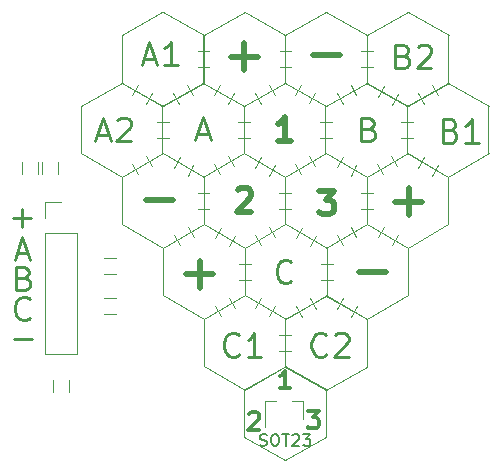
<source format=gbr>
G04 #@! TF.GenerationSoftware,KiCad,Pcbnew,(5.0.2)-1*
G04 #@! TF.CreationDate,2019-03-12T22:47:49+00:00*
G04 #@! TF.ProjectId,crazy-proto - SOT23 - Hex,6372617a-792d-4707-926f-746f202d2053,1.0*
G04 #@! TF.SameCoordinates,Original*
G04 #@! TF.FileFunction,Legend,Top*
G04 #@! TF.FilePolarity,Positive*
%FSLAX46Y46*%
G04 Gerber Fmt 4.6, Leading zero omitted, Abs format (unit mm)*
G04 Created by KiCad (PCBNEW (5.0.2)-1) date 12/03/2019 22:47:49*
%MOMM*%
%LPD*%
G01*
G04 APERTURE LIST*
%ADD10C,0.100000*%
%ADD11C,0.300000*%
%ADD12C,0.250000*%
%ADD13C,0.500000*%
%ADD14C,0.120000*%
%ADD15C,0.150000*%
G04 APERTURE END LIST*
D10*
X134196550Y-108265750D02*
X137660650Y-106265750D01*
X137632450Y-106265750D02*
X141096550Y-108265750D01*
X134160650Y-108265750D02*
X134160650Y-112265750D01*
X141096550Y-112265750D02*
X137632450Y-114265750D01*
X141032450Y-112265750D02*
X141032450Y-108265750D01*
X134132450Y-112265750D02*
X137596550Y-114265750D01*
D11*
X139500000Y-110078571D02*
X140428571Y-110078571D01*
X139928571Y-110650000D01*
X140142857Y-110650000D01*
X140285714Y-110721428D01*
X140357142Y-110792857D01*
X140428571Y-110935714D01*
X140428571Y-111292857D01*
X140357142Y-111435714D01*
X140285714Y-111507142D01*
X140142857Y-111578571D01*
X139714285Y-111578571D01*
X139571428Y-111507142D01*
X139500000Y-111435714D01*
X134571428Y-110321428D02*
X134642857Y-110250000D01*
X134785714Y-110178571D01*
X135142857Y-110178571D01*
X135285714Y-110250000D01*
X135357142Y-110321428D01*
X135428571Y-110464285D01*
X135428571Y-110607142D01*
X135357142Y-110821428D01*
X134500000Y-111678571D01*
X135428571Y-111678571D01*
X138028571Y-108178571D02*
X137171428Y-108178571D01*
X137600000Y-108178571D02*
X137600000Y-106678571D01*
X137457142Y-106892857D01*
X137314285Y-107035714D01*
X137171428Y-107107142D01*
D12*
X115979047Y-102226285D02*
X115883809Y-102321523D01*
X115598095Y-102416761D01*
X115407619Y-102416761D01*
X115121904Y-102321523D01*
X114931428Y-102131047D01*
X114836190Y-101940571D01*
X114740952Y-101559619D01*
X114740952Y-101273904D01*
X114836190Y-100892952D01*
X114931428Y-100702476D01*
X115121904Y-100512000D01*
X115407619Y-100416761D01*
X115598095Y-100416761D01*
X115883809Y-100512000D01*
X115979047Y-100607238D01*
X115502761Y-98829142D02*
X115788476Y-98924380D01*
X115883714Y-99019619D01*
X115978952Y-99210095D01*
X115978952Y-99495809D01*
X115883714Y-99686285D01*
X115788476Y-99781523D01*
X115598000Y-99876761D01*
X114836095Y-99876761D01*
X114836095Y-97876761D01*
X115502761Y-97876761D01*
X115693238Y-97972000D01*
X115788476Y-98067238D01*
X115883714Y-98257714D01*
X115883714Y-98448190D01*
X115788476Y-98638666D01*
X115693238Y-98733904D01*
X115502761Y-98829142D01*
X114836095Y-98829142D01*
X114883714Y-96765333D02*
X115836095Y-96765333D01*
X114693238Y-97336761D02*
X115359904Y-95336761D01*
X116026571Y-97336761D01*
X116161904Y-103967857D02*
X114638095Y-103967857D01*
X116121904Y-93780857D02*
X114598095Y-93780857D01*
X115360000Y-94542761D02*
X115360000Y-93018952D01*
X141066666Y-105314285D02*
X140971428Y-105409523D01*
X140685714Y-105504761D01*
X140495238Y-105504761D01*
X140209523Y-105409523D01*
X140019047Y-105219047D01*
X139923809Y-105028571D01*
X139828571Y-104647619D01*
X139828571Y-104361904D01*
X139923809Y-103980952D01*
X140019047Y-103790476D01*
X140209523Y-103600000D01*
X140495238Y-103504761D01*
X140685714Y-103504761D01*
X140971428Y-103600000D01*
X141066666Y-103695238D01*
X141828571Y-103695238D02*
X141923809Y-103600000D01*
X142114285Y-103504761D01*
X142590476Y-103504761D01*
X142780952Y-103600000D01*
X142876190Y-103695238D01*
X142971428Y-103885714D01*
X142971428Y-104076190D01*
X142876190Y-104361904D01*
X141733333Y-105504761D01*
X142971428Y-105504761D01*
X133666666Y-105314285D02*
X133571428Y-105409523D01*
X133285714Y-105504761D01*
X133095238Y-105504761D01*
X132809523Y-105409523D01*
X132619047Y-105219047D01*
X132523809Y-105028571D01*
X132428571Y-104647619D01*
X132428571Y-104361904D01*
X132523809Y-103980952D01*
X132619047Y-103790476D01*
X132809523Y-103600000D01*
X133095238Y-103504761D01*
X133285714Y-103504761D01*
X133571428Y-103600000D01*
X133666666Y-103695238D01*
X135571428Y-105504761D02*
X134428571Y-105504761D01*
X135000000Y-105504761D02*
X135000000Y-103504761D01*
X134809523Y-103790476D01*
X134619047Y-103980952D01*
X134428571Y-104076190D01*
X151610380Y-86337142D02*
X151896095Y-86432380D01*
X151991333Y-86527619D01*
X152086571Y-86718095D01*
X152086571Y-87003809D01*
X151991333Y-87194285D01*
X151896095Y-87289523D01*
X151705619Y-87384761D01*
X150943714Y-87384761D01*
X150943714Y-85384761D01*
X151610380Y-85384761D01*
X151800857Y-85480000D01*
X151896095Y-85575238D01*
X151991333Y-85765714D01*
X151991333Y-85956190D01*
X151896095Y-86146666D01*
X151800857Y-86241904D01*
X151610380Y-86337142D01*
X150943714Y-86337142D01*
X153991333Y-87384761D02*
X152848476Y-87384761D01*
X153419904Y-87384761D02*
X153419904Y-85384761D01*
X153229428Y-85670476D01*
X153038952Y-85860952D01*
X152848476Y-85956190D01*
X147610380Y-80037142D02*
X147896095Y-80132380D01*
X147991333Y-80227619D01*
X148086571Y-80418095D01*
X148086571Y-80703809D01*
X147991333Y-80894285D01*
X147896095Y-80989523D01*
X147705619Y-81084761D01*
X146943714Y-81084761D01*
X146943714Y-79084761D01*
X147610380Y-79084761D01*
X147800857Y-79180000D01*
X147896095Y-79275238D01*
X147991333Y-79465714D01*
X147991333Y-79656190D01*
X147896095Y-79846666D01*
X147800857Y-79941904D01*
X147610380Y-80037142D01*
X146943714Y-80037142D01*
X148848476Y-79275238D02*
X148943714Y-79180000D01*
X149134190Y-79084761D01*
X149610380Y-79084761D01*
X149800857Y-79180000D01*
X149896095Y-79275238D01*
X149991333Y-79465714D01*
X149991333Y-79656190D01*
X149896095Y-79941904D01*
X148753238Y-81084761D01*
X149991333Y-81084761D01*
X121691333Y-86713333D02*
X122643714Y-86713333D01*
X121500857Y-87284761D02*
X122167523Y-85284761D01*
X122834190Y-87284761D01*
X123405619Y-85475238D02*
X123500857Y-85380000D01*
X123691333Y-85284761D01*
X124167523Y-85284761D01*
X124358000Y-85380000D01*
X124453238Y-85475238D01*
X124548476Y-85665714D01*
X124548476Y-85856190D01*
X124453238Y-86141904D01*
X123310380Y-87284761D01*
X124548476Y-87284761D01*
X125641333Y-80263333D02*
X126593714Y-80263333D01*
X125450857Y-80834761D02*
X126117523Y-78834761D01*
X126784190Y-80834761D01*
X128498476Y-80834761D02*
X127355619Y-80834761D01*
X127927047Y-80834761D02*
X127927047Y-78834761D01*
X127736571Y-79120476D01*
X127546095Y-79310952D01*
X127355619Y-79406190D01*
D10*
X137603450Y-106346750D02*
X141067550Y-108346750D01*
X144503450Y-106346750D02*
X144503450Y-102346750D01*
X141103450Y-100346750D02*
X144567550Y-102346750D01*
X141067550Y-100346750D02*
X137603450Y-102346750D01*
X144567550Y-106346750D02*
X141103450Y-108346750D01*
X137631650Y-102346750D02*
X137631650Y-106346750D01*
X130703450Y-106296750D02*
X134167550Y-108296750D01*
X137667550Y-106296750D02*
X134203450Y-108296750D01*
X137603450Y-106296750D02*
X137603450Y-102296750D01*
X134203450Y-100296750D02*
X137667550Y-102296750D01*
X130731650Y-102296750D02*
X130731650Y-106296750D01*
X134167550Y-100296750D02*
X130703450Y-102296750D01*
X147903450Y-88296750D02*
X151367550Y-90296750D01*
X154867550Y-88296750D02*
X151403450Y-90296750D01*
X154803450Y-88296750D02*
X154803450Y-84296750D01*
X151403450Y-82296750D02*
X154867550Y-84296750D01*
X147931650Y-84296750D02*
X147931650Y-88296750D01*
X151367550Y-82296750D02*
X147903450Y-84296750D01*
X144503450Y-82296750D02*
X147967550Y-84296750D01*
X151467550Y-82296750D02*
X148003450Y-84296750D01*
X151403450Y-82296750D02*
X151403450Y-78296750D01*
X148003450Y-76296750D02*
X151467550Y-78296750D01*
X144531650Y-78296750D02*
X144531650Y-82296750D01*
X147967550Y-76296750D02*
X144503450Y-78296750D01*
X120303450Y-88296750D02*
X123767550Y-90296750D01*
X127267550Y-88296750D02*
X123803450Y-90296750D01*
X127203450Y-88296750D02*
X127203450Y-84296750D01*
X123803450Y-82296750D02*
X127267550Y-84296750D01*
X120331650Y-84296750D02*
X120331650Y-88296750D01*
X123767550Y-82296750D02*
X120303450Y-84296750D01*
X123753450Y-82296750D02*
X127217550Y-84296750D01*
X130717550Y-82296750D02*
X127253450Y-84296750D01*
X130653450Y-82296750D02*
X130653450Y-78296750D01*
X127253450Y-76296750D02*
X130717550Y-78296750D01*
X123781650Y-78296750D02*
X123781650Y-82296750D01*
X127217550Y-76296750D02*
X123753450Y-78296750D01*
X137631650Y-78296750D02*
X134167550Y-76296750D01*
X134167550Y-76296750D02*
X130703450Y-78296750D01*
X130703450Y-82296750D02*
X130703450Y-78296750D01*
X141067550Y-76296750D02*
X137603450Y-78296750D01*
X144531650Y-78296750D02*
X141067550Y-76296750D01*
X144531650Y-78296750D02*
X144531650Y-82296750D01*
X147931650Y-84296750D02*
X144467550Y-82296750D01*
X147931650Y-84296750D02*
X147931650Y-88296750D01*
X151431650Y-90296750D02*
X147967550Y-88296750D01*
X151431650Y-90296750D02*
X151431650Y-94296750D01*
X147967550Y-96296750D02*
X151431650Y-94296750D01*
X148031650Y-96296750D02*
X148031650Y-100296750D01*
X144567550Y-102296750D02*
X148031650Y-100296750D01*
X141103450Y-100296750D02*
X144567550Y-102296750D01*
X137667550Y-102296750D02*
X141131650Y-100296750D01*
X134203450Y-100296750D02*
X137667550Y-102296750D01*
X130767550Y-102296750D02*
X134231650Y-100296750D01*
X127303450Y-100296750D02*
X130767550Y-102296750D01*
X127303450Y-100296750D02*
X127303450Y-96296750D01*
X123803450Y-94296750D02*
X127267550Y-96296750D01*
X123803450Y-94296750D02*
X123803450Y-90296750D01*
X127267550Y-88296750D02*
X123803450Y-90296750D01*
X127203450Y-88296750D02*
X127203450Y-84296750D01*
X130667550Y-82296750D02*
X127203450Y-84296750D01*
D13*
X143815142Y-98344285D02*
X146100857Y-98344285D01*
X129215142Y-98544285D02*
X131500857Y-98544285D01*
X130358000Y-99687142D02*
X130358000Y-97401428D01*
D12*
X138127047Y-99114285D02*
X138031809Y-99209523D01*
X137746095Y-99304761D01*
X137555619Y-99304761D01*
X137269904Y-99209523D01*
X137079428Y-99019047D01*
X136984190Y-98828571D01*
X136888952Y-98447619D01*
X136888952Y-98161904D01*
X136984190Y-97780952D01*
X137079428Y-97590476D01*
X137269904Y-97400000D01*
X137555619Y-97304761D01*
X137746095Y-97304761D01*
X138031809Y-97400000D01*
X138127047Y-97495238D01*
D13*
X146915142Y-92394285D02*
X149200857Y-92394285D01*
X148058000Y-93537142D02*
X148058000Y-91251428D01*
X125857142Y-92214285D02*
X128142857Y-92214285D01*
D12*
X144712761Y-86237142D02*
X144998476Y-86332380D01*
X145093714Y-86427619D01*
X145188952Y-86618095D01*
X145188952Y-86903809D01*
X145093714Y-87094285D01*
X144998476Y-87189523D01*
X144808000Y-87284761D01*
X144046095Y-87284761D01*
X144046095Y-85284761D01*
X144712761Y-85284761D01*
X144903238Y-85380000D01*
X144998476Y-85475238D01*
X145093714Y-85665714D01*
X145093714Y-85856190D01*
X144998476Y-86046666D01*
X144903238Y-86141904D01*
X144712761Y-86237142D01*
X144046095Y-86237142D01*
X130193714Y-86613333D02*
X131146095Y-86613333D01*
X130003238Y-87184761D02*
X130669904Y-85184761D01*
X131336571Y-87184761D01*
D13*
X139932142Y-79944285D02*
X142217857Y-79944285D01*
X133015142Y-80094285D02*
X135300857Y-80094285D01*
X134158000Y-81237142D02*
X134158000Y-78951428D01*
X140491333Y-91434761D02*
X141729428Y-91434761D01*
X141062761Y-92196666D01*
X141348476Y-92196666D01*
X141538952Y-92291904D01*
X141634190Y-92387142D01*
X141729428Y-92577619D01*
X141729428Y-93053809D01*
X141634190Y-93244285D01*
X141538952Y-93339523D01*
X141348476Y-93434761D01*
X140777047Y-93434761D01*
X140586571Y-93339523D01*
X140491333Y-93244285D01*
X133586571Y-91425238D02*
X133681809Y-91330000D01*
X133872285Y-91234761D01*
X134348476Y-91234761D01*
X134538952Y-91330000D01*
X134634190Y-91425238D01*
X134729428Y-91615714D01*
X134729428Y-91806190D01*
X134634190Y-92091904D01*
X133491333Y-93234761D01*
X134729428Y-93234761D01*
X138129428Y-87234761D02*
X136986571Y-87234761D01*
X137558000Y-87234761D02*
X137558000Y-85234761D01*
X137367523Y-85520476D01*
X137177047Y-85710952D01*
X136986571Y-85806190D01*
D10*
X147967550Y-88296750D02*
X144503450Y-90296750D01*
X144503450Y-94296750D02*
X144503450Y-90296750D01*
X144567550Y-94296750D02*
X141103450Y-96296750D01*
X148031650Y-96296750D02*
X144567550Y-94296750D01*
X134203450Y-100296750D02*
X134203450Y-96296750D01*
X141131650Y-96296750D02*
X141131650Y-100296750D01*
X141131650Y-96296750D02*
X137667550Y-94296750D01*
X134231650Y-96296750D02*
X130767550Y-94296750D01*
X130731650Y-90296750D02*
X130731650Y-94296750D01*
X127267550Y-96296750D02*
X130731650Y-94296750D01*
X130731650Y-90296750D02*
X127267550Y-88296750D01*
X141067550Y-88296750D02*
X137603450Y-90296750D01*
X144531650Y-90296750D02*
X141067550Y-88296750D01*
X137631650Y-90296750D02*
X137631650Y-94296750D01*
X134167550Y-96296750D02*
X137631650Y-94296750D01*
X137603450Y-82296750D02*
X141067550Y-84296750D01*
X137603450Y-82296750D02*
X137603450Y-78296750D01*
X141067550Y-84296750D02*
X144531650Y-82296750D01*
X141003450Y-88296750D02*
X141003450Y-84296750D01*
X137567550Y-82296750D02*
X134103450Y-84296750D01*
X134103450Y-88296750D02*
X137567550Y-90296750D01*
X134131650Y-84296750D02*
X130667550Y-82296750D01*
X130667550Y-90296750D02*
X134131650Y-88296750D01*
X134131650Y-84296750D02*
X134131650Y-88296750D01*
D14*
G04 #@! TO.C,JP40*
X135067053Y-89494093D02*
X135567053Y-88628067D01*
X136744847Y-89308067D02*
X136244847Y-90174093D01*
G04 #@! TO.C,JP10*
X136739847Y-101199407D02*
X136239847Y-102065433D01*
X135062053Y-101385433D02*
X135562053Y-100519407D01*
G04 #@! TO.C,JP15*
X145868883Y-90072263D02*
X145368883Y-89206237D01*
X146546677Y-88526237D02*
X147046677Y-89392263D01*
G04 #@! TO.C,JP12*
X149364553Y-84069763D02*
X148864553Y-83203737D01*
X150042347Y-82523737D02*
X150542347Y-83389763D01*
G04 #@! TO.C,JP9*
X139059553Y-102119763D02*
X138559553Y-101253737D01*
X139737347Y-100573737D02*
X140237347Y-101439763D01*
G04 #@! TO.C,JP36*
X140139847Y-83199407D02*
X139639847Y-84065433D01*
X138462053Y-83385433D02*
X138962053Y-82519407D01*
G04 #@! TO.C,JP24*
X141638450Y-98976750D02*
X140638450Y-98976750D01*
X140638450Y-97616750D02*
X141638450Y-97616750D01*
G04 #@! TO.C,JP30*
X133603450Y-85616750D02*
X134603450Y-85616750D01*
X134603450Y-86976750D02*
X133603450Y-86976750D01*
G04 #@! TO.C,JP21*
X125839847Y-88519407D02*
X126339847Y-89385433D01*
X125162053Y-90065433D02*
X124662053Y-89199407D01*
G04 #@! TO.C,JP33*
X143644847Y-89299407D02*
X143144847Y-90165433D01*
X141967053Y-89485433D02*
X142467053Y-88619407D01*
G04 #@! TO.C,JP22*
X129839847Y-89308067D02*
X129339847Y-90174093D01*
X128162053Y-89494093D02*
X128662053Y-88628067D01*
G04 #@! TO.C,J1*
X117288000Y-105252400D02*
X119948000Y-105252400D01*
X117288000Y-95032400D02*
X117288000Y-105252400D01*
X119948000Y-95032400D02*
X119948000Y-105252400D01*
X117288000Y-95032400D02*
X119948000Y-95032400D01*
X117288000Y-93762400D02*
X117288000Y-92432400D01*
X117288000Y-92432400D02*
X118618000Y-92432400D01*
G04 #@! TO.C,JP29*
X145033450Y-92976750D02*
X144033450Y-92976750D01*
X144033450Y-91616750D02*
X145033450Y-91616750D01*
G04 #@! TO.C,JP41*
X137098450Y-91616750D02*
X138098450Y-91616750D01*
X138098450Y-92976750D02*
X137098450Y-92976750D01*
G04 #@! TO.C,JP31*
X132742347Y-88523737D02*
X133242347Y-89389763D01*
X132064553Y-90069763D02*
X131564553Y-89203737D01*
G04 #@! TO.C,SOT23*
X139085280Y-109279840D02*
X138155280Y-109279840D01*
X135925280Y-109279840D02*
X136855280Y-109279840D01*
X135925280Y-109279840D02*
X135925280Y-111439840D01*
X139085280Y-109279840D02*
X139085280Y-110739840D01*
G04 #@! TO.C,JP6*
X132169553Y-102069763D02*
X131669553Y-101203737D01*
X132847347Y-100523737D02*
X133347347Y-101389763D01*
G04 #@! TO.C,JP18*
X147403450Y-85616750D02*
X148403450Y-85616750D01*
X148403450Y-86976750D02*
X147403450Y-86976750D01*
G04 #@! TO.C,JP32*
X140533450Y-85616750D02*
X141533450Y-85616750D01*
X141533450Y-86976750D02*
X140533450Y-86976750D01*
G04 #@! TO.C,JP34*
X135564553Y-96069763D02*
X135064553Y-95203737D01*
X136242347Y-94523737D02*
X136742347Y-95389763D01*
G04 #@! TO.C,JP35*
X140242347Y-95303737D02*
X139742347Y-96169763D01*
X138564553Y-95489763D02*
X139064553Y-94623737D01*
G04 #@! TO.C,JP39*
X138969553Y-90069763D02*
X138469553Y-89203737D01*
X139647347Y-88523737D02*
X140147347Y-89389763D01*
G04 #@! TO.C,JP69*
X128669553Y-96069763D02*
X128169553Y-95203737D01*
X129347347Y-94523737D02*
X129847347Y-95389763D01*
G04 #@! TO.C,JP70*
X145462053Y-95394093D02*
X145962053Y-94528067D01*
X147139847Y-95208067D02*
X146639847Y-96074093D01*
G04 #@! TO.C,JP71*
X138133450Y-80976750D02*
X137133450Y-80976750D01*
X137133450Y-79616750D02*
X138133450Y-79616750D01*
G04 #@! TO.C,JP7*
X138098450Y-105026750D02*
X137098450Y-105026750D01*
X137098450Y-103666750D02*
X138098450Y-103666750D01*
G04 #@! TO.C,JP8*
X143647347Y-101253737D02*
X143147347Y-102119763D01*
X141969553Y-101439763D02*
X142469553Y-100573737D01*
G04 #@! TO.C,JP11*
X148869553Y-89489763D02*
X149369553Y-88623737D01*
X150547347Y-89303737D02*
X150047347Y-90169763D01*
G04 #@! TO.C,JP13*
X144003450Y-79616750D02*
X145003450Y-79616750D01*
X145003450Y-80976750D02*
X144003450Y-80976750D01*
G04 #@! TO.C,JP14*
X133242347Y-83203737D02*
X132742347Y-84069763D01*
X131564553Y-83389763D02*
X132064553Y-82523737D01*
G04 #@! TO.C,JP16*
X134733450Y-98976750D02*
X133733450Y-98976750D01*
X133733450Y-97616750D02*
X134733450Y-97616750D01*
G04 #@! TO.C,JP17*
X147142347Y-83303737D02*
X146642347Y-84169763D01*
X145464553Y-83489763D02*
X145964553Y-82623737D01*
G04 #@! TO.C,JP19*
X131183450Y-80976750D02*
X130183450Y-80976750D01*
X130183450Y-79616750D02*
X131183450Y-79616750D01*
G04 #@! TO.C,JP20*
X124664553Y-83389763D02*
X125164553Y-82523737D01*
X126342347Y-83203737D02*
X125842347Y-84069763D01*
G04 #@! TO.C,JP23*
X142464553Y-84069763D02*
X141964553Y-83203737D01*
X143142347Y-82523737D02*
X143642347Y-83389763D01*
G04 #@! TO.C,JP25*
X127733450Y-86976750D02*
X126733450Y-86976750D01*
X126733450Y-85616750D02*
X127733450Y-85616750D01*
G04 #@! TO.C,JP26*
X129292347Y-82523737D02*
X129792347Y-83389763D01*
X128614553Y-84069763D02*
X128114553Y-83203737D01*
G04 #@! TO.C,JP28*
X131664553Y-95489763D02*
X132164553Y-94623737D01*
X133342347Y-95303737D02*
X132842347Y-96169763D01*
G04 #@! TO.C,JP37*
X130198450Y-91616750D02*
X131198450Y-91616750D01*
X131198450Y-92976750D02*
X130198450Y-92976750D01*
G04 #@! TO.C,JP38*
X143142347Y-94523737D02*
X143642347Y-95389763D01*
X142464553Y-96069763D02*
X141964553Y-95203737D01*
G04 #@! TO.C,JP45*
X136242347Y-82523737D02*
X136742347Y-83389763D01*
X135564553Y-84069763D02*
X135064553Y-83203737D01*
G04 #@! TO.C,JP1*
X122300000Y-97120000D02*
X123300000Y-97120000D01*
X123300000Y-98480000D02*
X122300000Y-98480000D01*
G04 #@! TO.C,JP2*
X118380000Y-89000000D02*
X118380000Y-90000000D01*
X117020000Y-90000000D02*
X117020000Y-89000000D01*
G04 #@! TO.C,JP3*
X115320000Y-90000000D02*
X115320000Y-89000000D01*
X116680000Y-89000000D02*
X116680000Y-90000000D01*
G04 #@! TO.C,JP4*
X122300000Y-100520000D02*
X123300000Y-100520000D01*
X123300000Y-101880000D02*
X122300000Y-101880000D01*
G04 #@! TO.C,JP5*
X117920000Y-108500000D02*
X117920000Y-107500000D01*
X119280000Y-107500000D02*
X119280000Y-108500000D01*
G04 #@! TO.C,SOT23*
D15*
X135457142Y-113004761D02*
X135600000Y-113052380D01*
X135838095Y-113052380D01*
X135933333Y-113004761D01*
X135980952Y-112957142D01*
X136028571Y-112861904D01*
X136028571Y-112766666D01*
X135980952Y-112671428D01*
X135933333Y-112623809D01*
X135838095Y-112576190D01*
X135647619Y-112528571D01*
X135552380Y-112480952D01*
X135504761Y-112433333D01*
X135457142Y-112338095D01*
X135457142Y-112242857D01*
X135504761Y-112147619D01*
X135552380Y-112100000D01*
X135647619Y-112052380D01*
X135885714Y-112052380D01*
X136028571Y-112100000D01*
X136647619Y-112052380D02*
X136838095Y-112052380D01*
X136933333Y-112100000D01*
X137028571Y-112195238D01*
X137076190Y-112385714D01*
X137076190Y-112719047D01*
X137028571Y-112909523D01*
X136933333Y-113004761D01*
X136838095Y-113052380D01*
X136647619Y-113052380D01*
X136552380Y-113004761D01*
X136457142Y-112909523D01*
X136409523Y-112719047D01*
X136409523Y-112385714D01*
X136457142Y-112195238D01*
X136552380Y-112100000D01*
X136647619Y-112052380D01*
X137361904Y-112052380D02*
X137933333Y-112052380D01*
X137647619Y-113052380D02*
X137647619Y-112052380D01*
X138219047Y-112147619D02*
X138266666Y-112100000D01*
X138361904Y-112052380D01*
X138600000Y-112052380D01*
X138695238Y-112100000D01*
X138742857Y-112147619D01*
X138790476Y-112242857D01*
X138790476Y-112338095D01*
X138742857Y-112480952D01*
X138171428Y-113052380D01*
X138790476Y-113052380D01*
X139123809Y-112052380D02*
X139742857Y-112052380D01*
X139409523Y-112433333D01*
X139552380Y-112433333D01*
X139647619Y-112480952D01*
X139695238Y-112528571D01*
X139742857Y-112623809D01*
X139742857Y-112861904D01*
X139695238Y-112957142D01*
X139647619Y-113004761D01*
X139552380Y-113052380D01*
X139266666Y-113052380D01*
X139171428Y-113004761D01*
X139123809Y-112957142D01*
G04 #@! TD*
M02*

</source>
